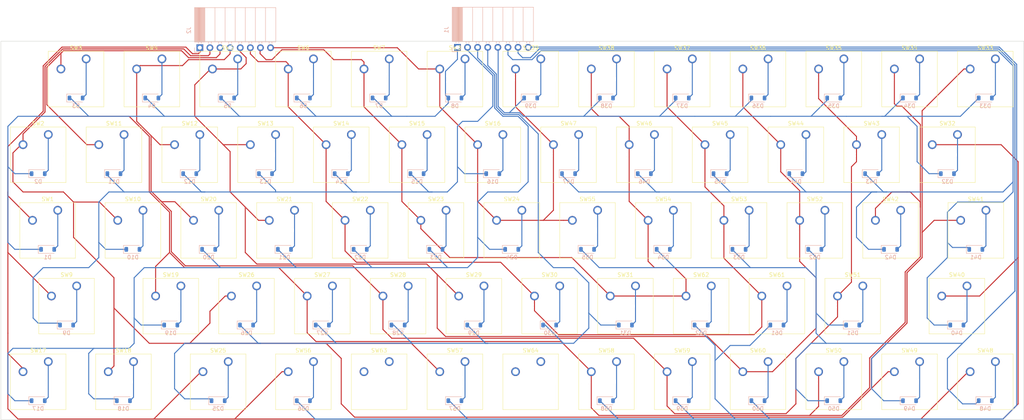
<source format=kicad_pcb>
(kicad_pcb (version 20221018) (generator pcbnew)

  (general
    (thickness 1.6)
  )

  (paper "A3")
  (layers
    (0 "F.Cu" signal)
    (31 "B.Cu" signal)
    (32 "B.Adhes" user "B.Adhesive")
    (33 "F.Adhes" user "F.Adhesive")
    (34 "B.Paste" user)
    (35 "F.Paste" user)
    (36 "B.SilkS" user "B.Silkscreen")
    (37 "F.SilkS" user "F.Silkscreen")
    (38 "B.Mask" user)
    (39 "F.Mask" user)
    (40 "Dwgs.User" user "User.Drawings")
    (41 "Cmts.User" user "User.Comments")
    (42 "Eco1.User" user "User.Eco1")
    (43 "Eco2.User" user "User.Eco2")
    (44 "Edge.Cuts" user)
    (45 "Margin" user)
    (46 "B.CrtYd" user "B.Courtyard")
    (47 "F.CrtYd" user "F.Courtyard")
    (48 "B.Fab" user)
    (49 "F.Fab" user)
    (50 "User.1" user)
    (51 "User.2" user)
    (52 "User.3" user)
    (53 "User.4" user)
    (54 "User.5" user)
    (55 "User.6" user)
    (56 "User.7" user)
    (57 "User.8" user)
    (58 "User.9" user)
  )

  (setup
    (pad_to_mask_clearance 0)
    (pcbplotparams
      (layerselection 0x00010fc_ffffffff)
      (plot_on_all_layers_selection 0x0000000_00000000)
      (disableapertmacros false)
      (usegerberextensions false)
      (usegerberattributes true)
      (usegerberadvancedattributes true)
      (creategerberjobfile true)
      (dashed_line_dash_ratio 12.000000)
      (dashed_line_gap_ratio 3.000000)
      (svgprecision 4)
      (plotframeref false)
      (viasonmask false)
      (mode 1)
      (useauxorigin false)
      (hpglpennumber 1)
      (hpglpenspeed 20)
      (hpglpendiameter 15.000000)
      (dxfpolygonmode true)
      (dxfimperialunits true)
      (dxfusepcbnewfont true)
      (psnegative false)
      (psa4output false)
      (plotreference true)
      (plotvalue true)
      (plotinvisibletext false)
      (sketchpadsonfab false)
      (subtractmaskfromsilk false)
      (outputformat 1)
      (mirror false)
      (drillshape 1)
      (scaleselection 1)
      (outputdirectory "")
    )
  )

  (net 0 "")
  (net 1 "Net-(D1-K)")
  (net 2 "Net-(D1-A)")
  (net 3 "Net-(D10-A)")
  (net 4 "Net-(D10-K)")
  (net 5 "Net-(D17-K)")
  (net 6 "Net-(D17-A)")
  (net 7 "Net-(D25-K)")
  (net 8 "Net-(D25-A)")
  (net 9 "Net-(D32-K)")
  (net 10 "Net-(D33-A)")
  (net 11 "Net-(D40-K)")
  (net 12 "Net-(D41-A)")
  (net 13 "Net-(D48-K)")
  (net 14 "Net-(D49-A)")
  (net 15 "Net-(D56-K)")
  (net 16 "Net-(D56-A)")
  (net 17 "Net-(J2-Pin_1)")
  (net 18 "Net-(J2-Pin_2)")
  (net 19 "Net-(J2-Pin_3)")
  (net 20 "Net-(J2-Pin_4)")
  (net 21 "Net-(J2-Pin_5)")
  (net 22 "Net-(J2-Pin_6)")
  (net 23 "Net-(J2-Pin_7)")
  (net 24 "Net-(J2-Pin_8)")
  (net 25 "unconnected-(SW63-Pad1)")
  (net 26 "unconnected-(SW63-Pad2)")
  (net 27 "unconnected-(SW64-Pad1)")
  (net 28 "unconnected-(SW64-Pad2)")
  (net 29 "Net-(D2-A)")
  (net 30 "Net-(D3-A)")
  (net 31 "Net-(D4-A)")
  (net 32 "Net-(D5-A)")
  (net 33 "Net-(D6-A)")
  (net 34 "Net-(D7-A)")
  (net 35 "Net-(D8-A)")
  (net 36 "Net-(D9-A)")
  (net 37 "Net-(D11-A)")
  (net 38 "Net-(D12-A)")
  (net 39 "Net-(D13-A)")
  (net 40 "Net-(D14-A)")
  (net 41 "Net-(D15-A)")
  (net 42 "Net-(D16-A)")
  (net 43 "Net-(D18-A)")
  (net 44 "Net-(D19-A)")
  (net 45 "Net-(D20-A)")
  (net 46 "Net-(D21-A)")
  (net 47 "Net-(D22-A)")
  (net 48 "Net-(D23-A)")
  (net 49 "Net-(D24-A)")
  (net 50 "Net-(D26-A)")
  (net 51 "Net-(D27-A)")
  (net 52 "Net-(D28-A)")
  (net 53 "Net-(D29-A)")
  (net 54 "Net-(D30-A)")
  (net 55 "Net-(D31-A)")
  (net 56 "Net-(D32-A)")
  (net 57 "Net-(D34-A)")
  (net 58 "Net-(D35-A)")
  (net 59 "Net-(D36-A)")
  (net 60 "Net-(D37-A)")
  (net 61 "Net-(D38-A)")
  (net 62 "Net-(D39-A)")
  (net 63 "Net-(D40-A)")
  (net 64 "Net-(D42-A)")
  (net 65 "Net-(D43-A)")
  (net 66 "Net-(D44-A)")
  (net 67 "Net-(D45-A)")
  (net 68 "Net-(D46-A)")
  (net 69 "Net-(D47-A)")
  (net 70 "Net-(D48-A)")
  (net 71 "Net-(D50-A)")
  (net 72 "Net-(D51-A)")
  (net 73 "Net-(D52-A)")
  (net 74 "Net-(D53-A)")
  (net 75 "Net-(D54-A)")
  (net 76 "Net-(D55-A)")
  (net 77 "Net-(D57-A)")
  (net 78 "Net-(D58-A)")
  (net 79 "Net-(D59-A)")
  (net 80 "Net-(D60-A)")
  (net 81 "Net-(D61-A)")
  (net 82 "Net-(D62-A)")

  (footprint "Button_Switch_Keyboard:SW_Cherry_MX_1.00u_PCB" (layer "F.Cu") (at 285.75 116.36375))

  (footprint "Button_Switch_Keyboard:SW_Cherry_MX_1.00u_PCB" (layer "F.Cu") (at 261.9375 154.46375))

  (footprint "Button_Switch_Keyboard:SW_Cherry_MX_1.00u_PCB" (layer "F.Cu") (at 114.3 116.36375))

  (footprint "Button_Switch_Keyboard:SW_Cherry_MX_1.00u_PCB" (layer "F.Cu") (at 252.4125 135.41375))

  (footprint "Button_Switch_Keyboard:SW_Cherry_MX_1.25u_PCB" (layer "F.Cu") (at 140.49375 173.51375))

  (footprint "Button_Switch_Keyboard:SW_Cherry_MX_1.00u_PCB" (layer "F.Cu") (at 276.225 173.51375))

  (footprint "Button_Switch_Keyboard:SW_Cherry_MX_1.00u_PCB" (layer "F.Cu") (at 257.175 97.31375))

  (footprint "Button_Switch_Keyboard:SW_Cherry_MX_1.00u_PCB" (layer "F.Cu") (at 214.3125 135.41375))

  (footprint "Button_Switch_Keyboard:SW_Cherry_MX_1.00u_PCB" (layer "F.Cu") (at 180.975 97.31375))

  (footprint "Button_Switch_Keyboard:SW_Cherry_MX_1.00u_PCB" (layer "F.Cu") (at 200.025 173.51375))

  (footprint "Button_Switch_Keyboard:SW_Cherry_MX_1.00u_PCB" (layer "F.Cu") (at 200.025 97.31375))

  (footprint "Button_Switch_Keyboard:SW_Cherry_MX_1.00u_PCB" (layer "F.Cu") (at 233.3625 135.41375))

  (footprint "Button_Switch_Keyboard:SW_Cherry_MX_1.00u_PCB" (layer "F.Cu") (at 304.8 116.36375))

  (footprint "Button_Switch_Keyboard:SW_Cherry_MX_1.00u_PCB" (layer "F.Cu") (at 95.25 116.36375))

  (footprint "Button_Switch_Keyboard:SW_Cherry_MX_1.00u_PCB" (layer "F.Cu") (at 295.275 97.31375))

  (footprint "Button_Switch_Keyboard:SW_Cherry_MX_1.00u_PCB" (layer "F.Cu") (at 147.6375 154.46375))

  (footprint "Button_Switch_Keyboard:SW_Cherry_MX_1.00u_PCB" (layer "F.Cu") (at 152.4 116.36375))

  (footprint "Button_Switch_Keyboard:SW_Cherry_MX_1.00u_PCB" (layer "F.Cu") (at 290.5125 135.41375))

  (footprint "Button_Switch_Keyboard:SW_Cherry_MX_1.00u_PCB" (layer "F.Cu") (at 119.0625 135.41375))

  (footprint "Button_Switch_Keyboard:SW_Cherry_MX_1.00u_PCB" (layer "F.Cu") (at 142.875 97.31375))

  (footprint "Button_Switch_Keyboard:SW_Cherry_MX_1.00u_PCB" (layer "F.Cu") (at 276.225 97.31375))

  (footprint "Button_Switch_Keyboard:SW_Cherry_MX_1.00u_PCB" (layer "F.Cu") (at 323.85 116.36375))

  (footprint "Button_Switch_Keyboard:SW_Cherry_MX_1.00u_PCB" (layer "F.Cu") (at 309.5625 135.41375))

  (footprint "Button_Switch_Keyboard:SW_Cherry_MX_1.00u_PCB" (layer "F.Cu") (at 185.7375 154.46375))

  (footprint "Button_Switch_Keyboard:SW_Cherry_MX_1.25u_PCB" (layer "F.Cu") (at 97.63125 135.41375))

  (footprint "Button_Switch_Keyboard:SW_Cherry_MX_1.00u_PCB" (layer "F.Cu") (at 219.075 173.51375))

  (footprint "Button_Switch_Keyboard:SW_Cherry_MX_1.00u_PCB" (layer "F.Cu") (at 280.9875 154.46375))

  (footprint "Button_Switch_Keyboard:SW_Cherry_MX_1.00u_PCB" (layer "F.Cu") (at 204.7875 154.46375))

  (footprint "Button_Switch_Keyboard:SW_Cherry_MX_1.00u_PCB" (layer "F.Cu") (at 300.0375 154.46375))

  (footprint "Button_Switch_Keyboard:SW_Cherry_MX_1.00u_PCB" (layer "F.Cu") (at 247.65 116.36375))

  (footprint "Button_Switch_Keyboard:SW_Cherry_MX_1.00u_PCB" (layer "F.Cu") (at 257.175 173.51375))

  (footprint "Button_Switch_Keyboard:SW_Cherry_MX_1.00u_PCB" (layer "F.Cu") (at 133.35 116.36375))

  (footprint "Button_Switch_Keyboard:SW_Cherry_MX_1.00u_PCB" (layer "F.Cu") (at 161.925 173.51375))

  (footprint "Button_Switch_Keyboard:SW_Cherry_MX_1.00u_PCB" (layer "F.Cu") (at 209.55 116.36375))

  (footprint "Button_Switch_Keyboard:SW_Cherry_MX_1.00u_PCB" (layer "F.Cu") (at 95.25 173.51375))

  (footprint "Button_Switch_Keyboard:SW_Cherry_MX_1.25u_PCB" (layer "F.Cu") (at 330.99375 135.41375))

  (footprint "Button_Switch_Keyboard:SW_Cherry_MX_1.00u_PCB" (layer "F.Cu") (at 128.5875 154.46375))

  (footprint "Button_Switch_Keyboard:SW_Cherry_MX_1.00u_PCB" (layer "F.Cu") (at 333.375 173.51375))

  (footprint "Button_Switch_Keyboard:SW_Cherry_MX_1.00u_PCB" (layer "F.Cu") (at 238.125 97.31375))

  (footprint "Button_Switch_Keyboard:SW_Cherry_MX_1.00u_PCB" (layer "F.Cu") (at 223.8375 154.46375))

  (footprint "Button_Switch_Keyboard:SW_Cherry_MX_1.00u_PCB" (layer "F.Cu") (at 219.075 97.31375))

  (footprint "Button_Switch_Keyboard:SW_Cherry_MX_1.00u_PCB" (layer "F.Cu")
    (tstamp a29d0987-fc1b-479e-89c1-4957eae3384f)
    (at 271.4625 135.41375)
    (descr "Cherry MX keyswitch, 1.00u, PCB mount, http://cherryamericas.com/wp-content/uploads/2014/12/mx_cat.pdf")
    (tags "Cherry MX keyswitch 1.00u PCB")
    (property "Sheetfile" "xantronix-z32.kicad_sch")
    (property "Sheetname" "")
    (property "ki_description" "Push button switch, generic, two pins")
    (property "ki_keywords" "switch normally-open pushbutton push-button")
    (path "/e818bc00-1e8f-44e3-b9f4-0bae43ab4fb8")
    (attr through_hole)
    (fp_text reference "SW53" (at -2.54 -2.794) (layer "F.SilkS")
        (effects (font (size 1 1) (thickness 0.15)))
      (tstamp cb3cf7f9-8c81-468e-8413-26def3be3526)
    )
    (fp_text value "SW_Push" (at -2.54 12.954) (layer "F.Fab")
        (effects (font (size 1 1) (thickness 0.15)))
      (tstamp 5182fbc3-0c7b-453c-aafd-532198d8e30e)
    )
    (fp_text user "${REFERENCE}" (at -2.54 -2.794) (layer "F.Fab")
        (effects (font (size 1 1) (thickness 0.15)))
      (tstamp 68a1dcc7-8161-4f6b-9b42-7c6638961b1c)
    )
    (fp_line (start -9.525 -1.905) (end 4.445 -1.905)
      (stroke (width 0.12) (type solid)) (layer "F.SilkS") (tstamp 08667e8a-8c72-429f-b2e6-5db12ca88ec3))
    (fp_line (start -9.525 12.065) (end -9.525 -1.905)
      (stroke (width 0.12) (type solid)) (layer "F.SilkS") (tstamp 0c747d89-b9cd-4ce8-9ab2-10088c866c2a))
    (fp_line (start 4.445 -1.905) (end 4.445 12.065)
      (stroke (width 0.12) (type solid)) (layer "F.SilkS") (tstamp f19d8e3e-1608-4cbf-9820-4000cc5e77a2))
    (fp_line (start 4.445 12.065) (end -9.525 12.065)
      (stroke (width 0.12) (type solid)) (layer "F.SilkS") (tstamp 4c4f0c93-87ab-4c00-841e-6a65574447aa))
    (fp_line (start -12.065 -4.445) (end 6.985 -4.445)
      (stroke (width 0.15) (type solid)) (layer "Dwgs.User") (tstamp e7e1ea46-d40c-432d-9e55-5a9b96b52741))
    (fp_line (start -12.065 14.605) (end -12.065 -4.445)
      (stroke (width 0.15) (type solid)) (layer "Dwgs.User") (tstamp 8db66b3b-fa37-4c8f-aaa0-111a725d8bc4))
    (fp_line (start 6.985 -4.445) (end 6.985 14.605)
      (stroke (width 0.15) (type solid)) (layer "Dwgs.User") (tstamp b1ad30f7-8a1d-476a-a2c5-5037a5d7450c))
    (fp_line (start 6.985 14.605) (end -12.065 14.605)
      (stroke (width 0.15) (type solid)) (layer "Dwgs.User") (tstamp 4924eca8-f13b-43e7-a3d0-2f8a8208b8df))
    (fp_line (start -9.14 -1.52) (end 4.06 -1.52)
      (stroke (width 0.05) (type solid)) (layer "F.CrtYd") (tstamp 4c571deb-6250-
... [508303 chars truncated]
</source>
